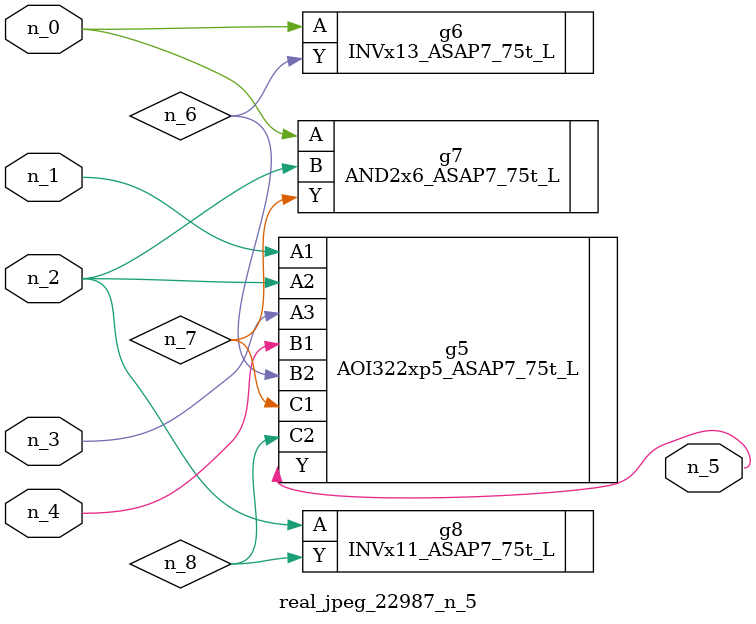
<source format=v>
module real_jpeg_22987_n_5 (n_4, n_0, n_1, n_2, n_3, n_5);

input n_4;
input n_0;
input n_1;
input n_2;
input n_3;

output n_5;

wire n_8;
wire n_6;
wire n_7;

INVx13_ASAP7_75t_L g6 ( 
.A(n_0),
.Y(n_6)
);

AND2x6_ASAP7_75t_L g7 ( 
.A(n_0),
.B(n_2),
.Y(n_7)
);

AOI322xp5_ASAP7_75t_L g5 ( 
.A1(n_1),
.A2(n_2),
.A3(n_3),
.B1(n_4),
.B2(n_6),
.C1(n_7),
.C2(n_8),
.Y(n_5)
);

INVx11_ASAP7_75t_L g8 ( 
.A(n_2),
.Y(n_8)
);


endmodule
</source>
